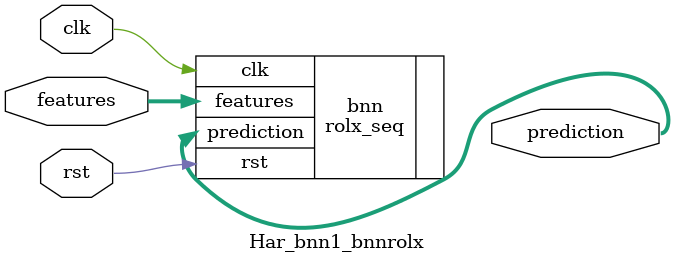
<source format=v>













module Har_bnn1_bnnrolx #(

parameter FEAT_CNT = 12,
parameter HIDDEN_CNT = 40,
parameter FEAT_BITS = 4,
parameter CLASS_CNT = 6,
parameter TEST_CNT = 1000


  ) (
  input clk,
  input rst,
  input [FEAT_CNT*FEAT_BITS-1:0] features,
  output [$clog2(CLASS_CNT)-1:0] prediction
  );

  localparam Weights0 = 480'b010011011001001100101101110001110010101011110010111001110001101001101010010011110101100110000101000100000111110100000001101110101101000110000001100100000001110000111111100111001110011001111010101000111100000011110011111011101000100111100110001101001001000110110111001011101011010111110100111000111100000011000000000100101111000110010101011010001100110101000100110101010101111011111000111000010110111000110001001110000010001100000101000000100100011000001101111001100001101000111001 ;
  localparam Weights1 = 240'b111001111101100000101111100101100010100011010110111111001010010101011010011101001110011111011110001101011100001000101010010101000110011010101101110010110100110101111111011000000011000110001111110000010111001001000101000010011100001111000100 ;

  rolx_seq #(.FEAT_CNT(FEAT_CNT),.FEAT_BITS(FEAT_BITS),.HIDDEN_CNT(HIDDEN_CNT),.CLASS_CNT(CLASS_CNT),.Weights0(Weights0),.Weights1(Weights1)) bnn (
    .clk(clk),
    .rst(rst),
    .features(features),
    .prediction(prediction)
  );

endmodule

</source>
